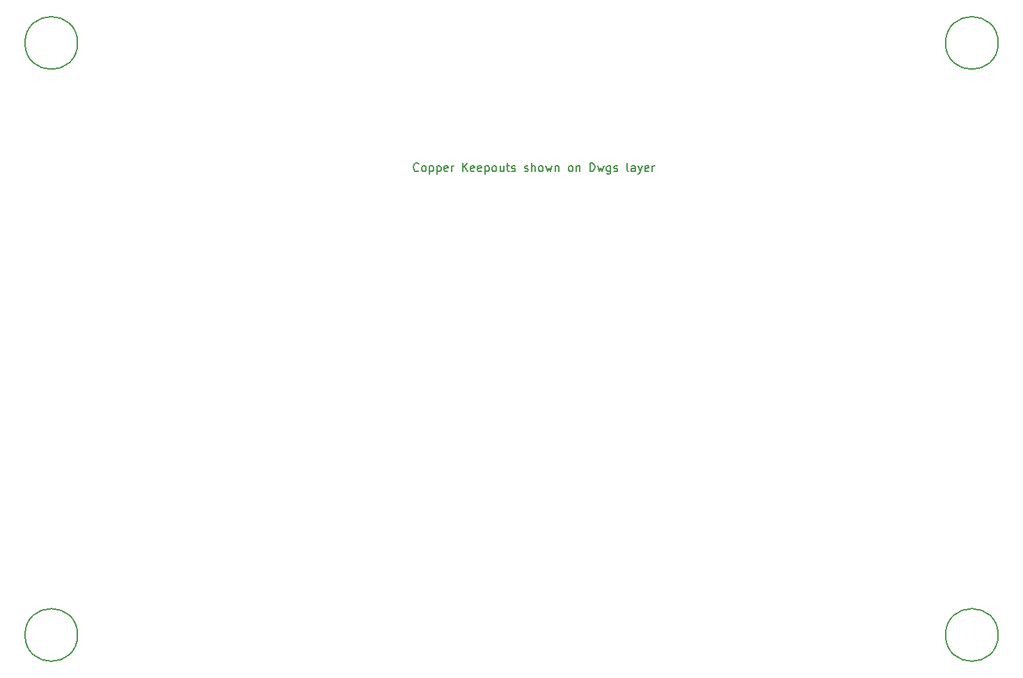
<source format=gbr>
%TF.GenerationSoftware,KiCad,Pcbnew,7.0.2*%
%TF.CreationDate,2023-08-30T16:49:00+01:00*%
%TF.ProjectId,dk2_02_bottom,646b325f-3032-45f6-926f-74746f6d2e6b,rev?*%
%TF.SameCoordinates,Original*%
%TF.FileFunction,Other,Comment*%
%FSLAX46Y46*%
G04 Gerber Fmt 4.6, Leading zero omitted, Abs format (unit mm)*
G04 Created by KiCad (PCBNEW 7.0.2) date 2023-08-30 16:49:00*
%MOMM*%
%LPD*%
G01*
G04 APERTURE LIST*
%ADD10C,0.150000*%
G04 APERTURE END LIST*
D10*
%TO.C,U1*%
X128689997Y-69517380D02*
X128642378Y-69565000D01*
X128642378Y-69565000D02*
X128499521Y-69612619D01*
X128499521Y-69612619D02*
X128404283Y-69612619D01*
X128404283Y-69612619D02*
X128261426Y-69565000D01*
X128261426Y-69565000D02*
X128166188Y-69469761D01*
X128166188Y-69469761D02*
X128118569Y-69374523D01*
X128118569Y-69374523D02*
X128070950Y-69184047D01*
X128070950Y-69184047D02*
X128070950Y-69041190D01*
X128070950Y-69041190D02*
X128118569Y-68850714D01*
X128118569Y-68850714D02*
X128166188Y-68755476D01*
X128166188Y-68755476D02*
X128261426Y-68660238D01*
X128261426Y-68660238D02*
X128404283Y-68612619D01*
X128404283Y-68612619D02*
X128499521Y-68612619D01*
X128499521Y-68612619D02*
X128642378Y-68660238D01*
X128642378Y-68660238D02*
X128689997Y-68707857D01*
X129261426Y-69612619D02*
X129166188Y-69565000D01*
X129166188Y-69565000D02*
X129118569Y-69517380D01*
X129118569Y-69517380D02*
X129070950Y-69422142D01*
X129070950Y-69422142D02*
X129070950Y-69136428D01*
X129070950Y-69136428D02*
X129118569Y-69041190D01*
X129118569Y-69041190D02*
X129166188Y-68993571D01*
X129166188Y-68993571D02*
X129261426Y-68945952D01*
X129261426Y-68945952D02*
X129404283Y-68945952D01*
X129404283Y-68945952D02*
X129499521Y-68993571D01*
X129499521Y-68993571D02*
X129547140Y-69041190D01*
X129547140Y-69041190D02*
X129594759Y-69136428D01*
X129594759Y-69136428D02*
X129594759Y-69422142D01*
X129594759Y-69422142D02*
X129547140Y-69517380D01*
X129547140Y-69517380D02*
X129499521Y-69565000D01*
X129499521Y-69565000D02*
X129404283Y-69612619D01*
X129404283Y-69612619D02*
X129261426Y-69612619D01*
X130023331Y-68945952D02*
X130023331Y-69945952D01*
X130023331Y-68993571D02*
X130118569Y-68945952D01*
X130118569Y-68945952D02*
X130309045Y-68945952D01*
X130309045Y-68945952D02*
X130404283Y-68993571D01*
X130404283Y-68993571D02*
X130451902Y-69041190D01*
X130451902Y-69041190D02*
X130499521Y-69136428D01*
X130499521Y-69136428D02*
X130499521Y-69422142D01*
X130499521Y-69422142D02*
X130451902Y-69517380D01*
X130451902Y-69517380D02*
X130404283Y-69565000D01*
X130404283Y-69565000D02*
X130309045Y-69612619D01*
X130309045Y-69612619D02*
X130118569Y-69612619D01*
X130118569Y-69612619D02*
X130023331Y-69565000D01*
X130928093Y-68945952D02*
X130928093Y-69945952D01*
X130928093Y-68993571D02*
X131023331Y-68945952D01*
X131023331Y-68945952D02*
X131213807Y-68945952D01*
X131213807Y-68945952D02*
X131309045Y-68993571D01*
X131309045Y-68993571D02*
X131356664Y-69041190D01*
X131356664Y-69041190D02*
X131404283Y-69136428D01*
X131404283Y-69136428D02*
X131404283Y-69422142D01*
X131404283Y-69422142D02*
X131356664Y-69517380D01*
X131356664Y-69517380D02*
X131309045Y-69565000D01*
X131309045Y-69565000D02*
X131213807Y-69612619D01*
X131213807Y-69612619D02*
X131023331Y-69612619D01*
X131023331Y-69612619D02*
X130928093Y-69565000D01*
X132213807Y-69565000D02*
X132118569Y-69612619D01*
X132118569Y-69612619D02*
X131928093Y-69612619D01*
X131928093Y-69612619D02*
X131832855Y-69565000D01*
X131832855Y-69565000D02*
X131785236Y-69469761D01*
X131785236Y-69469761D02*
X131785236Y-69088809D01*
X131785236Y-69088809D02*
X131832855Y-68993571D01*
X131832855Y-68993571D02*
X131928093Y-68945952D01*
X131928093Y-68945952D02*
X132118569Y-68945952D01*
X132118569Y-68945952D02*
X132213807Y-68993571D01*
X132213807Y-68993571D02*
X132261426Y-69088809D01*
X132261426Y-69088809D02*
X132261426Y-69184047D01*
X132261426Y-69184047D02*
X131785236Y-69279285D01*
X132689998Y-69612619D02*
X132689998Y-68945952D01*
X132689998Y-69136428D02*
X132737617Y-69041190D01*
X132737617Y-69041190D02*
X132785236Y-68993571D01*
X132785236Y-68993571D02*
X132880474Y-68945952D01*
X132880474Y-68945952D02*
X132975712Y-68945952D01*
X134070951Y-69612619D02*
X134070951Y-68612619D01*
X134642379Y-69612619D02*
X134213808Y-69041190D01*
X134642379Y-68612619D02*
X134070951Y-69184047D01*
X135451903Y-69565000D02*
X135356665Y-69612619D01*
X135356665Y-69612619D02*
X135166189Y-69612619D01*
X135166189Y-69612619D02*
X135070951Y-69565000D01*
X135070951Y-69565000D02*
X135023332Y-69469761D01*
X135023332Y-69469761D02*
X135023332Y-69088809D01*
X135023332Y-69088809D02*
X135070951Y-68993571D01*
X135070951Y-68993571D02*
X135166189Y-68945952D01*
X135166189Y-68945952D02*
X135356665Y-68945952D01*
X135356665Y-68945952D02*
X135451903Y-68993571D01*
X135451903Y-68993571D02*
X135499522Y-69088809D01*
X135499522Y-69088809D02*
X135499522Y-69184047D01*
X135499522Y-69184047D02*
X135023332Y-69279285D01*
X136309046Y-69565000D02*
X136213808Y-69612619D01*
X136213808Y-69612619D02*
X136023332Y-69612619D01*
X136023332Y-69612619D02*
X135928094Y-69565000D01*
X135928094Y-69565000D02*
X135880475Y-69469761D01*
X135880475Y-69469761D02*
X135880475Y-69088809D01*
X135880475Y-69088809D02*
X135928094Y-68993571D01*
X135928094Y-68993571D02*
X136023332Y-68945952D01*
X136023332Y-68945952D02*
X136213808Y-68945952D01*
X136213808Y-68945952D02*
X136309046Y-68993571D01*
X136309046Y-68993571D02*
X136356665Y-69088809D01*
X136356665Y-69088809D02*
X136356665Y-69184047D01*
X136356665Y-69184047D02*
X135880475Y-69279285D01*
X136785237Y-68945952D02*
X136785237Y-69945952D01*
X136785237Y-68993571D02*
X136880475Y-68945952D01*
X136880475Y-68945952D02*
X137070951Y-68945952D01*
X137070951Y-68945952D02*
X137166189Y-68993571D01*
X137166189Y-68993571D02*
X137213808Y-69041190D01*
X137213808Y-69041190D02*
X137261427Y-69136428D01*
X137261427Y-69136428D02*
X137261427Y-69422142D01*
X137261427Y-69422142D02*
X137213808Y-69517380D01*
X137213808Y-69517380D02*
X137166189Y-69565000D01*
X137166189Y-69565000D02*
X137070951Y-69612619D01*
X137070951Y-69612619D02*
X136880475Y-69612619D01*
X136880475Y-69612619D02*
X136785237Y-69565000D01*
X137832856Y-69612619D02*
X137737618Y-69565000D01*
X137737618Y-69565000D02*
X137689999Y-69517380D01*
X137689999Y-69517380D02*
X137642380Y-69422142D01*
X137642380Y-69422142D02*
X137642380Y-69136428D01*
X137642380Y-69136428D02*
X137689999Y-69041190D01*
X137689999Y-69041190D02*
X137737618Y-68993571D01*
X137737618Y-68993571D02*
X137832856Y-68945952D01*
X137832856Y-68945952D02*
X137975713Y-68945952D01*
X137975713Y-68945952D02*
X138070951Y-68993571D01*
X138070951Y-68993571D02*
X138118570Y-69041190D01*
X138118570Y-69041190D02*
X138166189Y-69136428D01*
X138166189Y-69136428D02*
X138166189Y-69422142D01*
X138166189Y-69422142D02*
X138118570Y-69517380D01*
X138118570Y-69517380D02*
X138070951Y-69565000D01*
X138070951Y-69565000D02*
X137975713Y-69612619D01*
X137975713Y-69612619D02*
X137832856Y-69612619D01*
X139023332Y-68945952D02*
X139023332Y-69612619D01*
X138594761Y-68945952D02*
X138594761Y-69469761D01*
X138594761Y-69469761D02*
X138642380Y-69565000D01*
X138642380Y-69565000D02*
X138737618Y-69612619D01*
X138737618Y-69612619D02*
X138880475Y-69612619D01*
X138880475Y-69612619D02*
X138975713Y-69565000D01*
X138975713Y-69565000D02*
X139023332Y-69517380D01*
X139356666Y-68945952D02*
X139737618Y-68945952D01*
X139499523Y-68612619D02*
X139499523Y-69469761D01*
X139499523Y-69469761D02*
X139547142Y-69565000D01*
X139547142Y-69565000D02*
X139642380Y-69612619D01*
X139642380Y-69612619D02*
X139737618Y-69612619D01*
X140023333Y-69565000D02*
X140118571Y-69612619D01*
X140118571Y-69612619D02*
X140309047Y-69612619D01*
X140309047Y-69612619D02*
X140404285Y-69565000D01*
X140404285Y-69565000D02*
X140451904Y-69469761D01*
X140451904Y-69469761D02*
X140451904Y-69422142D01*
X140451904Y-69422142D02*
X140404285Y-69326904D01*
X140404285Y-69326904D02*
X140309047Y-69279285D01*
X140309047Y-69279285D02*
X140166190Y-69279285D01*
X140166190Y-69279285D02*
X140070952Y-69231666D01*
X140070952Y-69231666D02*
X140023333Y-69136428D01*
X140023333Y-69136428D02*
X140023333Y-69088809D01*
X140023333Y-69088809D02*
X140070952Y-68993571D01*
X140070952Y-68993571D02*
X140166190Y-68945952D01*
X140166190Y-68945952D02*
X140309047Y-68945952D01*
X140309047Y-68945952D02*
X140404285Y-68993571D01*
X141594762Y-69565000D02*
X141690000Y-69612619D01*
X141690000Y-69612619D02*
X141880476Y-69612619D01*
X141880476Y-69612619D02*
X141975714Y-69565000D01*
X141975714Y-69565000D02*
X142023333Y-69469761D01*
X142023333Y-69469761D02*
X142023333Y-69422142D01*
X142023333Y-69422142D02*
X141975714Y-69326904D01*
X141975714Y-69326904D02*
X141880476Y-69279285D01*
X141880476Y-69279285D02*
X141737619Y-69279285D01*
X141737619Y-69279285D02*
X141642381Y-69231666D01*
X141642381Y-69231666D02*
X141594762Y-69136428D01*
X141594762Y-69136428D02*
X141594762Y-69088809D01*
X141594762Y-69088809D02*
X141642381Y-68993571D01*
X141642381Y-68993571D02*
X141737619Y-68945952D01*
X141737619Y-68945952D02*
X141880476Y-68945952D01*
X141880476Y-68945952D02*
X141975714Y-68993571D01*
X142451905Y-69612619D02*
X142451905Y-68612619D01*
X142880476Y-69612619D02*
X142880476Y-69088809D01*
X142880476Y-69088809D02*
X142832857Y-68993571D01*
X142832857Y-68993571D02*
X142737619Y-68945952D01*
X142737619Y-68945952D02*
X142594762Y-68945952D01*
X142594762Y-68945952D02*
X142499524Y-68993571D01*
X142499524Y-68993571D02*
X142451905Y-69041190D01*
X143499524Y-69612619D02*
X143404286Y-69565000D01*
X143404286Y-69565000D02*
X143356667Y-69517380D01*
X143356667Y-69517380D02*
X143309048Y-69422142D01*
X143309048Y-69422142D02*
X143309048Y-69136428D01*
X143309048Y-69136428D02*
X143356667Y-69041190D01*
X143356667Y-69041190D02*
X143404286Y-68993571D01*
X143404286Y-68993571D02*
X143499524Y-68945952D01*
X143499524Y-68945952D02*
X143642381Y-68945952D01*
X143642381Y-68945952D02*
X143737619Y-68993571D01*
X143737619Y-68993571D02*
X143785238Y-69041190D01*
X143785238Y-69041190D02*
X143832857Y-69136428D01*
X143832857Y-69136428D02*
X143832857Y-69422142D01*
X143832857Y-69422142D02*
X143785238Y-69517380D01*
X143785238Y-69517380D02*
X143737619Y-69565000D01*
X143737619Y-69565000D02*
X143642381Y-69612619D01*
X143642381Y-69612619D02*
X143499524Y-69612619D01*
X144166191Y-68945952D02*
X144356667Y-69612619D01*
X144356667Y-69612619D02*
X144547143Y-69136428D01*
X144547143Y-69136428D02*
X144737619Y-69612619D01*
X144737619Y-69612619D02*
X144928095Y-68945952D01*
X145309048Y-68945952D02*
X145309048Y-69612619D01*
X145309048Y-69041190D02*
X145356667Y-68993571D01*
X145356667Y-68993571D02*
X145451905Y-68945952D01*
X145451905Y-68945952D02*
X145594762Y-68945952D01*
X145594762Y-68945952D02*
X145690000Y-68993571D01*
X145690000Y-68993571D02*
X145737619Y-69088809D01*
X145737619Y-69088809D02*
X145737619Y-69612619D01*
X147118572Y-69612619D02*
X147023334Y-69565000D01*
X147023334Y-69565000D02*
X146975715Y-69517380D01*
X146975715Y-69517380D02*
X146928096Y-69422142D01*
X146928096Y-69422142D02*
X146928096Y-69136428D01*
X146928096Y-69136428D02*
X146975715Y-69041190D01*
X146975715Y-69041190D02*
X147023334Y-68993571D01*
X147023334Y-68993571D02*
X147118572Y-68945952D01*
X147118572Y-68945952D02*
X147261429Y-68945952D01*
X147261429Y-68945952D02*
X147356667Y-68993571D01*
X147356667Y-68993571D02*
X147404286Y-69041190D01*
X147404286Y-69041190D02*
X147451905Y-69136428D01*
X147451905Y-69136428D02*
X147451905Y-69422142D01*
X147451905Y-69422142D02*
X147404286Y-69517380D01*
X147404286Y-69517380D02*
X147356667Y-69565000D01*
X147356667Y-69565000D02*
X147261429Y-69612619D01*
X147261429Y-69612619D02*
X147118572Y-69612619D01*
X147880477Y-68945952D02*
X147880477Y-69612619D01*
X147880477Y-69041190D02*
X147928096Y-68993571D01*
X147928096Y-68993571D02*
X148023334Y-68945952D01*
X148023334Y-68945952D02*
X148166191Y-68945952D01*
X148166191Y-68945952D02*
X148261429Y-68993571D01*
X148261429Y-68993571D02*
X148309048Y-69088809D01*
X148309048Y-69088809D02*
X148309048Y-69612619D01*
X149547144Y-69612619D02*
X149547144Y-68612619D01*
X149547144Y-68612619D02*
X149785239Y-68612619D01*
X149785239Y-68612619D02*
X149928096Y-68660238D01*
X149928096Y-68660238D02*
X150023334Y-68755476D01*
X150023334Y-68755476D02*
X150070953Y-68850714D01*
X150070953Y-68850714D02*
X150118572Y-69041190D01*
X150118572Y-69041190D02*
X150118572Y-69184047D01*
X150118572Y-69184047D02*
X150070953Y-69374523D01*
X150070953Y-69374523D02*
X150023334Y-69469761D01*
X150023334Y-69469761D02*
X149928096Y-69565000D01*
X149928096Y-69565000D02*
X149785239Y-69612619D01*
X149785239Y-69612619D02*
X149547144Y-69612619D01*
X150451906Y-68945952D02*
X150642382Y-69612619D01*
X150642382Y-69612619D02*
X150832858Y-69136428D01*
X150832858Y-69136428D02*
X151023334Y-69612619D01*
X151023334Y-69612619D02*
X151213810Y-68945952D01*
X152023334Y-68945952D02*
X152023334Y-69755476D01*
X152023334Y-69755476D02*
X151975715Y-69850714D01*
X151975715Y-69850714D02*
X151928096Y-69898333D01*
X151928096Y-69898333D02*
X151832858Y-69945952D01*
X151832858Y-69945952D02*
X151690001Y-69945952D01*
X151690001Y-69945952D02*
X151594763Y-69898333D01*
X152023334Y-69565000D02*
X151928096Y-69612619D01*
X151928096Y-69612619D02*
X151737620Y-69612619D01*
X151737620Y-69612619D02*
X151642382Y-69565000D01*
X151642382Y-69565000D02*
X151594763Y-69517380D01*
X151594763Y-69517380D02*
X151547144Y-69422142D01*
X151547144Y-69422142D02*
X151547144Y-69136428D01*
X151547144Y-69136428D02*
X151594763Y-69041190D01*
X151594763Y-69041190D02*
X151642382Y-68993571D01*
X151642382Y-68993571D02*
X151737620Y-68945952D01*
X151737620Y-68945952D02*
X151928096Y-68945952D01*
X151928096Y-68945952D02*
X152023334Y-68993571D01*
X152451906Y-69565000D02*
X152547144Y-69612619D01*
X152547144Y-69612619D02*
X152737620Y-69612619D01*
X152737620Y-69612619D02*
X152832858Y-69565000D01*
X152832858Y-69565000D02*
X152880477Y-69469761D01*
X152880477Y-69469761D02*
X152880477Y-69422142D01*
X152880477Y-69422142D02*
X152832858Y-69326904D01*
X152832858Y-69326904D02*
X152737620Y-69279285D01*
X152737620Y-69279285D02*
X152594763Y-69279285D01*
X152594763Y-69279285D02*
X152499525Y-69231666D01*
X152499525Y-69231666D02*
X152451906Y-69136428D01*
X152451906Y-69136428D02*
X152451906Y-69088809D01*
X152451906Y-69088809D02*
X152499525Y-68993571D01*
X152499525Y-68993571D02*
X152594763Y-68945952D01*
X152594763Y-68945952D02*
X152737620Y-68945952D01*
X152737620Y-68945952D02*
X152832858Y-68993571D01*
X154213811Y-69612619D02*
X154118573Y-69565000D01*
X154118573Y-69565000D02*
X154070954Y-69469761D01*
X154070954Y-69469761D02*
X154070954Y-68612619D01*
X155023335Y-69612619D02*
X155023335Y-69088809D01*
X155023335Y-69088809D02*
X154975716Y-68993571D01*
X154975716Y-68993571D02*
X154880478Y-68945952D01*
X154880478Y-68945952D02*
X154690002Y-68945952D01*
X154690002Y-68945952D02*
X154594764Y-68993571D01*
X155023335Y-69565000D02*
X154928097Y-69612619D01*
X154928097Y-69612619D02*
X154690002Y-69612619D01*
X154690002Y-69612619D02*
X154594764Y-69565000D01*
X154594764Y-69565000D02*
X154547145Y-69469761D01*
X154547145Y-69469761D02*
X154547145Y-69374523D01*
X154547145Y-69374523D02*
X154594764Y-69279285D01*
X154594764Y-69279285D02*
X154690002Y-69231666D01*
X154690002Y-69231666D02*
X154928097Y-69231666D01*
X154928097Y-69231666D02*
X155023335Y-69184047D01*
X155404288Y-68945952D02*
X155642383Y-69612619D01*
X155880478Y-68945952D02*
X155642383Y-69612619D01*
X155642383Y-69612619D02*
X155547145Y-69850714D01*
X155547145Y-69850714D02*
X155499526Y-69898333D01*
X155499526Y-69898333D02*
X155404288Y-69945952D01*
X156642383Y-69565000D02*
X156547145Y-69612619D01*
X156547145Y-69612619D02*
X156356669Y-69612619D01*
X156356669Y-69612619D02*
X156261431Y-69565000D01*
X156261431Y-69565000D02*
X156213812Y-69469761D01*
X156213812Y-69469761D02*
X156213812Y-69088809D01*
X156213812Y-69088809D02*
X156261431Y-68993571D01*
X156261431Y-68993571D02*
X156356669Y-68945952D01*
X156356669Y-68945952D02*
X156547145Y-68945952D01*
X156547145Y-68945952D02*
X156642383Y-68993571D01*
X156642383Y-68993571D02*
X156690002Y-69088809D01*
X156690002Y-69088809D02*
X156690002Y-69184047D01*
X156690002Y-69184047D02*
X156213812Y-69279285D01*
X157118574Y-69612619D02*
X157118574Y-68945952D01*
X157118574Y-69136428D02*
X157166193Y-69041190D01*
X157166193Y-69041190D02*
X157213812Y-68993571D01*
X157213812Y-68993571D02*
X157309050Y-68945952D01*
X157309050Y-68945952D02*
X157404288Y-68945952D01*
%TO.C,H4*%
X199200000Y-126000000D02*
G75*
G03*
X199200000Y-126000000I-3200000J0D01*
G01*
%TO.C,H3*%
X87200000Y-126000000D02*
G75*
G03*
X87200000Y-126000000I-3200000J0D01*
G01*
%TO.C,H2*%
X199200000Y-54000000D02*
G75*
G03*
X199200000Y-54000000I-3200000J0D01*
G01*
%TO.C,H1*%
X87200000Y-54000000D02*
G75*
G03*
X87200000Y-54000000I-3200000J0D01*
G01*
%TD*%
M02*

</source>
